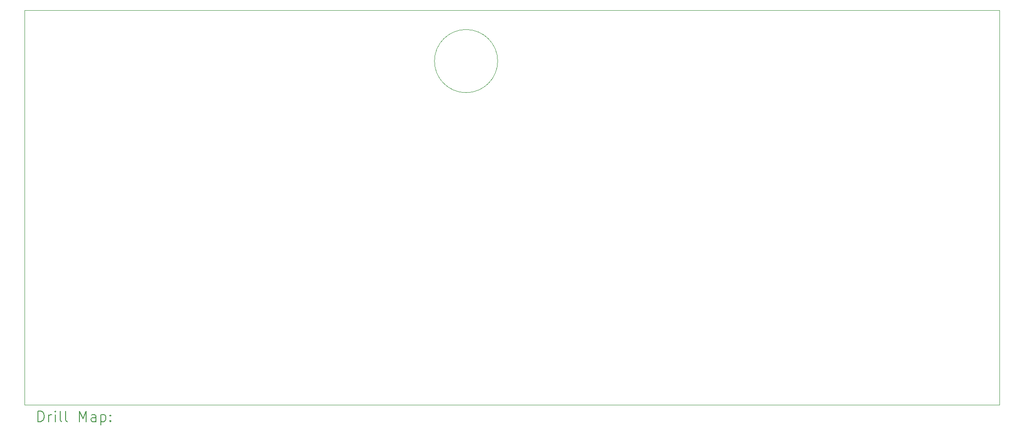
<source format=gbr>
%TF.GenerationSoftware,KiCad,Pcbnew,7.0.9*%
%TF.CreationDate,2023-12-07T14:08:02+01:00*%
%TF.ProjectId,ESP32-S3_flipdot,45535033-322d-4533-935f-666c6970646f,rev?*%
%TF.SameCoordinates,Original*%
%TF.FileFunction,Drillmap*%
%TF.FilePolarity,Positive*%
%FSLAX45Y45*%
G04 Gerber Fmt 4.5, Leading zero omitted, Abs format (unit mm)*
G04 Created by KiCad (PCBNEW 7.0.9) date 2023-12-07 14:08:02*
%MOMM*%
%LPD*%
G01*
G04 APERTURE LIST*
%ADD10C,0.100000*%
%ADD11C,0.200000*%
G04 APERTURE END LIST*
D10*
X5000000Y-5000000D02*
X23500000Y-5000000D01*
X23500000Y-12500000D01*
X5000000Y-12500000D01*
X5000000Y-5000000D01*
X13976000Y-5963000D02*
G75*
G03*
X13976000Y-5963000I-600000J0D01*
G01*
D11*
X5255777Y-12816484D02*
X5255777Y-12616484D01*
X5255777Y-12616484D02*
X5303396Y-12616484D01*
X5303396Y-12616484D02*
X5331967Y-12626008D01*
X5331967Y-12626008D02*
X5351015Y-12645055D01*
X5351015Y-12645055D02*
X5360539Y-12664103D01*
X5360539Y-12664103D02*
X5370063Y-12702198D01*
X5370063Y-12702198D02*
X5370063Y-12730769D01*
X5370063Y-12730769D02*
X5360539Y-12768865D01*
X5360539Y-12768865D02*
X5351015Y-12787912D01*
X5351015Y-12787912D02*
X5331967Y-12806960D01*
X5331967Y-12806960D02*
X5303396Y-12816484D01*
X5303396Y-12816484D02*
X5255777Y-12816484D01*
X5455777Y-12816484D02*
X5455777Y-12683150D01*
X5455777Y-12721246D02*
X5465301Y-12702198D01*
X5465301Y-12702198D02*
X5474824Y-12692674D01*
X5474824Y-12692674D02*
X5493872Y-12683150D01*
X5493872Y-12683150D02*
X5512920Y-12683150D01*
X5579586Y-12816484D02*
X5579586Y-12683150D01*
X5579586Y-12616484D02*
X5570063Y-12626008D01*
X5570063Y-12626008D02*
X5579586Y-12635531D01*
X5579586Y-12635531D02*
X5589110Y-12626008D01*
X5589110Y-12626008D02*
X5579586Y-12616484D01*
X5579586Y-12616484D02*
X5579586Y-12635531D01*
X5703396Y-12816484D02*
X5684348Y-12806960D01*
X5684348Y-12806960D02*
X5674824Y-12787912D01*
X5674824Y-12787912D02*
X5674824Y-12616484D01*
X5808158Y-12816484D02*
X5789110Y-12806960D01*
X5789110Y-12806960D02*
X5779586Y-12787912D01*
X5779586Y-12787912D02*
X5779586Y-12616484D01*
X6036729Y-12816484D02*
X6036729Y-12616484D01*
X6036729Y-12616484D02*
X6103396Y-12759341D01*
X6103396Y-12759341D02*
X6170062Y-12616484D01*
X6170062Y-12616484D02*
X6170062Y-12816484D01*
X6351015Y-12816484D02*
X6351015Y-12711722D01*
X6351015Y-12711722D02*
X6341491Y-12692674D01*
X6341491Y-12692674D02*
X6322443Y-12683150D01*
X6322443Y-12683150D02*
X6284348Y-12683150D01*
X6284348Y-12683150D02*
X6265301Y-12692674D01*
X6351015Y-12806960D02*
X6331967Y-12816484D01*
X6331967Y-12816484D02*
X6284348Y-12816484D01*
X6284348Y-12816484D02*
X6265301Y-12806960D01*
X6265301Y-12806960D02*
X6255777Y-12787912D01*
X6255777Y-12787912D02*
X6255777Y-12768865D01*
X6255777Y-12768865D02*
X6265301Y-12749817D01*
X6265301Y-12749817D02*
X6284348Y-12740293D01*
X6284348Y-12740293D02*
X6331967Y-12740293D01*
X6331967Y-12740293D02*
X6351015Y-12730769D01*
X6446253Y-12683150D02*
X6446253Y-12883150D01*
X6446253Y-12692674D02*
X6465301Y-12683150D01*
X6465301Y-12683150D02*
X6503396Y-12683150D01*
X6503396Y-12683150D02*
X6522443Y-12692674D01*
X6522443Y-12692674D02*
X6531967Y-12702198D01*
X6531967Y-12702198D02*
X6541491Y-12721246D01*
X6541491Y-12721246D02*
X6541491Y-12778388D01*
X6541491Y-12778388D02*
X6531967Y-12797436D01*
X6531967Y-12797436D02*
X6522443Y-12806960D01*
X6522443Y-12806960D02*
X6503396Y-12816484D01*
X6503396Y-12816484D02*
X6465301Y-12816484D01*
X6465301Y-12816484D02*
X6446253Y-12806960D01*
X6627205Y-12797436D02*
X6636729Y-12806960D01*
X6636729Y-12806960D02*
X6627205Y-12816484D01*
X6627205Y-12816484D02*
X6617682Y-12806960D01*
X6617682Y-12806960D02*
X6627205Y-12797436D01*
X6627205Y-12797436D02*
X6627205Y-12816484D01*
X6627205Y-12692674D02*
X6636729Y-12702198D01*
X6636729Y-12702198D02*
X6627205Y-12711722D01*
X6627205Y-12711722D02*
X6617682Y-12702198D01*
X6617682Y-12702198D02*
X6627205Y-12692674D01*
X6627205Y-12692674D02*
X6627205Y-12711722D01*
M02*

</source>
